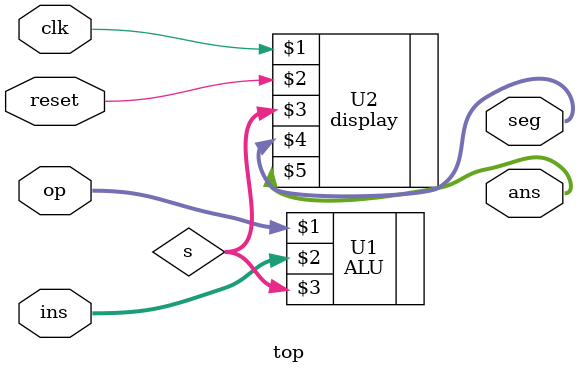
<source format=v>
`timescale 1ns / 1ps


module top(
    input wire clk,reset,
    input wire [7:0] ins,
    input wire [2:0] op,
    output wire [6:0]seg,
    output wire [7:0]ans
    );
    wire [31:0] s;
    
    ALU U1(op,ins,s);
    display U2(clk,reset,s,seg,ans);
endmodule

</source>
